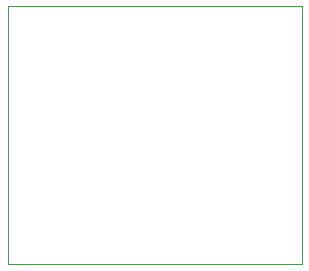
<source format=gbr>
G04 #@! TF.GenerationSoftware,KiCad,Pcbnew,5.1.5+dfsg1-2build2*
G04 #@! TF.CreationDate,2020-11-06T22:36:43+01:00*
G04 #@! TF.ProjectId,lighthouse,6c696768-7468-46f7-9573-652e6b696361,rev?*
G04 #@! TF.SameCoordinates,PX36049d0PY465e678*
G04 #@! TF.FileFunction,Profile,NP*
%FSLAX46Y46*%
G04 Gerber Fmt 4.6, Leading zero omitted, Abs format (unit mm)*
G04 Created by KiCad (PCBNEW 5.1.5+dfsg1-2build2) date 2020-11-06 22:36:43*
%MOMM*%
%LPD*%
G04 APERTURE LIST*
%ADD10C,0.050000*%
G04 APERTURE END LIST*
D10*
X24892000Y0D02*
X24892000Y-21844000D01*
X0Y-21844000D02*
X24892000Y-21844000D01*
X0Y0D02*
X0Y-21844000D01*
X0Y0D02*
X24892000Y0D01*
M02*

</source>
